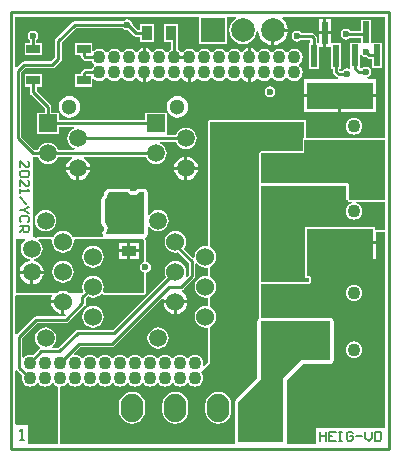
<source format=gtl>
G04*
G04 #@! TF.GenerationSoftware,Altium Limited,Altium Designer,21.1.1 (26)*
G04*
G04 Layer_Physical_Order=1*
G04 Layer_Color=255*
%FSLAX44Y44*%
%MOMM*%
G71*
G04*
G04 #@! TF.SameCoordinates,10801997-8E17-44FE-B4C4-5EB474501812*
G04*
G04*
G04 #@! TF.FilePolarity,Positive*
G04*
G01*
G75*
%ADD13C,0.2000*%
%ADD14C,0.1500*%
%ADD15C,0.2540*%
%ADD16R,3.4036X1.3970*%
%ADD17R,5.5880X2.3114*%
%ADD18R,1.1628X0.7620*%
%ADD19R,0.5500X1.8500*%
%ADD20R,0.9000X1.2000*%
%ADD21R,1.2000X0.9000*%
%ADD31C,1.5240*%
%ADD36C,1.2700*%
%ADD37C,1.1000*%
%ADD38O,1.9000X2.4000*%
%ADD39C,1.5000*%
%ADD40C,2.0000*%
%ADD41R,2.0000X2.0000*%
%ADD42C,1.3000*%
%ADD43R,1.5000X1.5000*%
%ADD44C,0.6000*%
%ADD45C,1.0000*%
G36*
X317232Y263244D02*
X250544D01*
Y276860D01*
X250068Y278008D01*
X248920Y278484D01*
X168910D01*
X167762Y278008D01*
X167286Y276860D01*
Y172434D01*
X166332Y171597D01*
X165100Y171759D01*
X162719Y171445D01*
X160501Y170526D01*
X158596Y169065D01*
X157134Y167159D01*
X156215Y164941D01*
X155901Y162560D01*
X155939Y162271D01*
X154736Y161678D01*
X146836Y169578D01*
X147666Y170661D01*
X148585Y172879D01*
X148899Y175260D01*
X148585Y177641D01*
X147666Y179859D01*
X146205Y181765D01*
X144299Y183226D01*
X142081Y184145D01*
X139700Y184459D01*
X137319Y184145D01*
X135101Y183226D01*
X133195Y181765D01*
X131734Y179859D01*
X130815Y177641D01*
X130501Y175260D01*
X130815Y172879D01*
X131734Y170661D01*
X133195Y168755D01*
X135101Y167294D01*
X137319Y166375D01*
X139700Y166061D01*
X142055Y166371D01*
X150846Y157580D01*
Y147438D01*
X149304Y145896D01*
X148228Y146616D01*
X148585Y147479D01*
X148899Y149860D01*
X148585Y152241D01*
X147666Y154459D01*
X146205Y156364D01*
X144299Y157826D01*
X142081Y158745D01*
X139700Y159059D01*
X137319Y158745D01*
X135101Y157826D01*
X133195Y156364D01*
X131734Y154459D01*
X130815Y152241D01*
X130501Y149860D01*
X130815Y147479D01*
X131550Y145704D01*
X86460Y100614D01*
X56779D01*
X56779Y100614D01*
X55698Y100399D01*
X54782Y99787D01*
X54782Y99787D01*
X40235Y85240D01*
X35529D01*
X35098Y86510D01*
X36137Y87307D01*
X37580Y89187D01*
X38486Y91376D01*
X38796Y93726D01*
X38486Y96075D01*
X37580Y98265D01*
X36137Y100145D01*
X34257Y101587D01*
X32067Y102494D01*
X29718Y102804D01*
X27369Y102494D01*
X25179Y101587D01*
X23299Y100145D01*
X21857Y98265D01*
X20950Y96075D01*
X20640Y93726D01*
X20950Y91376D01*
X21857Y89187D01*
X23299Y87307D01*
X24725Y86213D01*
X24776Y86032D01*
X24698Y84867D01*
X24639Y84745D01*
X24142Y84413D01*
X24142Y84413D01*
X18823Y79094D01*
X18447Y79250D01*
X16620Y79490D01*
X14793Y79250D01*
X13090Y78545D01*
X11628Y77422D01*
X11404Y77132D01*
X10134Y77563D01*
Y93770D01*
X22760Y106396D01*
X46990D01*
X46990Y106396D01*
X48071Y106611D01*
X48987Y107223D01*
X62957Y121193D01*
X62957Y121193D01*
X63569Y122109D01*
X63784Y123190D01*
Y127100D01*
X65694Y129010D01*
X67469Y128275D01*
X69850Y127961D01*
X72231Y128275D01*
X74449Y129194D01*
X76354Y130655D01*
X76607Y130984D01*
X77844Y130932D01*
X78281Y130751D01*
X78675Y130488D01*
X78838Y130520D01*
X78992Y130456D01*
X113030D01*
X114178Y130932D01*
X114654Y132080D01*
Y149152D01*
X116056Y149431D01*
X117544Y150426D01*
X118539Y151914D01*
X118888Y153670D01*
X118539Y155426D01*
X117544Y156914D01*
X116056Y157909D01*
X114654Y158188D01*
Y176530D01*
X114271Y177454D01*
X114253Y177897D01*
X114635Y179017D01*
X115227Y179412D01*
X115901Y180421D01*
X116138Y181610D01*
Y187932D01*
X117408Y188363D01*
X118549Y186875D01*
X120429Y185432D01*
X122619Y184526D01*
X124968Y184216D01*
X127317Y184526D01*
X129507Y185432D01*
X131387Y186875D01*
X132830Y188755D01*
X133736Y190944D01*
X134046Y193294D01*
X133736Y195644D01*
X132830Y197833D01*
X131387Y199713D01*
X129507Y201155D01*
X127317Y202062D01*
X124968Y202372D01*
X122619Y202062D01*
X120429Y201155D01*
X118549Y199713D01*
X117408Y198225D01*
X116138Y198656D01*
Y217170D01*
X115901Y218359D01*
X115227Y219368D01*
X114219Y220041D01*
X113030Y220278D01*
X108868D01*
X108568Y220218D01*
X108262D01*
X107979Y220101D01*
X107679Y220041D01*
X107424Y219871D01*
X107142Y219754D01*
X106925Y219538D01*
X106671Y219368D01*
X106501Y219113D01*
X106284Y218897D01*
X106260Y218860D01*
X105287Y218210D01*
X104140Y217982D01*
X102993Y218210D01*
X102020Y218860D01*
X101996Y218897D01*
X101779Y219113D01*
X101609Y219368D01*
X101355Y219538D01*
X101138Y219754D01*
X100856Y219871D01*
X100601Y220041D01*
X100301Y220101D01*
X100018Y220218D01*
X99712D01*
X99412Y220278D01*
X83115D01*
X82964Y220248D01*
X82810Y220263D01*
X82373Y220130D01*
X81926Y220041D01*
X81797Y219956D01*
X81650Y219911D01*
X81297Y219621D01*
X80917Y219368D01*
X80832Y219239D01*
X80713Y219142D01*
X79907Y218160D01*
X79834Y218024D01*
X79725Y217915D01*
X79551Y217493D01*
X79335Y217090D01*
X79320Y216937D01*
X79261Y216795D01*
Y216338D01*
X79238Y216100D01*
X78970Y214753D01*
X78320Y213780D01*
X78284Y213756D01*
X78067Y213540D01*
X77812Y213369D01*
X77642Y213115D01*
X77426Y212899D01*
X77309Y212616D01*
X77139Y212361D01*
X77079Y212061D01*
X76962Y211778D01*
Y211472D01*
X76902Y211172D01*
Y191418D01*
X76962Y191118D01*
Y190812D01*
X77079Y190529D01*
X77139Y190229D01*
X77309Y189974D01*
X77426Y189692D01*
X77642Y189475D01*
X77812Y189221D01*
X78067Y189051D01*
X78284Y188834D01*
X78320Y188810D01*
X78970Y187837D01*
X79198Y186690D01*
X78970Y185543D01*
X78344Y184607D01*
X78173Y184195D01*
X77961Y183803D01*
X77943Y183639D01*
X77880Y183486D01*
Y183041D01*
X77833Y182598D01*
X77880Y182439D01*
Y182274D01*
X78051Y181862D01*
X78177Y181435D01*
X78566Y180694D01*
X77939Y179497D01*
X77840Y179424D01*
X54595D01*
X54543Y179402D01*
X54489Y179420D01*
X54060Y179209D01*
X53345Y179024D01*
X52499Y179659D01*
X52416Y179859D01*
X50954Y181765D01*
X49049Y183226D01*
X46831Y184145D01*
X44450Y184459D01*
X42069Y184145D01*
X39851Y183226D01*
X37945Y181765D01*
X36484Y179859D01*
X36401Y179659D01*
X35555Y179024D01*
X34840Y179209D01*
X34411Y179420D01*
X34357Y179402D01*
X34305Y179424D01*
X23982D01*
X23637Y179281D01*
X23264Y179256D01*
X23085Y179052D01*
X22834Y178948D01*
X21518Y178848D01*
X20641Y179212D01*
X19009Y179426D01*
X18847Y180629D01*
X18847Y180729D01*
Y246129D01*
X18938Y246681D01*
X19804Y247366D01*
X23178D01*
X23888Y245651D01*
X25331Y243771D01*
X27211Y242328D01*
X29400Y241422D01*
X31750Y241112D01*
X34100Y241422D01*
X36289Y242328D01*
X38169Y243771D01*
X39611Y245651D01*
X40322Y247366D01*
X51533D01*
X51744Y246944D01*
X51873Y246096D01*
X49989Y244651D01*
X48380Y242553D01*
X47368Y240111D01*
X47191Y238760D01*
X57150D01*
X67109D01*
X66932Y240111D01*
X65920Y242553D01*
X64311Y244651D01*
X62427Y246096D01*
X62556Y246944D01*
X62767Y247366D01*
X114618D01*
X115329Y245651D01*
X116771Y243771D01*
X118651Y242328D01*
X120841Y241422D01*
X123190Y241112D01*
X125540Y241422D01*
X127729Y242328D01*
X129609Y243771D01*
X131052Y245651D01*
X131958Y247840D01*
X132268Y250190D01*
X131958Y252540D01*
X131052Y254729D01*
X129609Y256609D01*
X127729Y258051D01*
X125932Y258796D01*
X126185Y260066D01*
X140018D01*
X140729Y258351D01*
X142171Y256471D01*
X144051Y255028D01*
X146241Y254122D01*
X148590Y253812D01*
X150940Y254122D01*
X153129Y255028D01*
X155009Y256471D01*
X156452Y258351D01*
X157358Y260541D01*
X157668Y262890D01*
X157358Y265240D01*
X156452Y267429D01*
X155009Y269309D01*
X153129Y270751D01*
X150940Y271658D01*
X148590Y271968D01*
X146241Y271658D01*
X144051Y270751D01*
X142171Y269309D01*
X140729Y267429D01*
X140018Y265714D01*
X133097D01*
X132190Y266590D01*
X132190Y266984D01*
Y284590D01*
X114190D01*
Y278414D01*
X40750D01*
Y284590D01*
X34574D01*
Y289560D01*
X34359Y290641D01*
X33747Y291557D01*
X22283Y303021D01*
Y306560D01*
X26773D01*
Y317180D01*
X12145D01*
Y306560D01*
X16635D01*
Y301851D01*
X16635Y301851D01*
X16850Y300770D01*
X17462Y299854D01*
X28926Y288390D01*
Y284590D01*
X22750D01*
Y266590D01*
X40750D01*
Y272766D01*
X54155D01*
X54408Y271496D01*
X52611Y270751D01*
X50731Y269309D01*
X49289Y267429D01*
X48382Y265240D01*
X48072Y262890D01*
X48382Y260541D01*
X49289Y258351D01*
X50731Y256471D01*
X52611Y255028D01*
X54408Y254284D01*
X54155Y253014D01*
X40322D01*
X39611Y254729D01*
X38169Y256609D01*
X36289Y258051D01*
X34100Y258958D01*
X31750Y259268D01*
X29400Y258958D01*
X27211Y258051D01*
X25331Y256609D01*
X23888Y254729D01*
X23178Y253014D01*
X20220D01*
X9174Y264060D01*
Y318870D01*
X12600Y322296D01*
X35560D01*
X35560Y322296D01*
X36641Y322511D01*
X37557Y323123D01*
X42637Y328203D01*
X42637Y328203D01*
X43249Y329119D01*
X43464Y330200D01*
X43464Y330200D01*
Y344270D01*
X55370Y356176D01*
X95475D01*
X95756Y355756D01*
X97244Y354761D01*
X99000Y354412D01*
X99888Y354588D01*
X104683Y349793D01*
X105599Y349181D01*
X106680Y348966D01*
X109840D01*
Y344500D01*
X121840D01*
Y359500D01*
X109840D01*
Y354614D01*
X107850D01*
X103568Y358897D01*
X103588Y359000D01*
X103239Y360756D01*
X102244Y362244D01*
X100756Y363239D01*
X99000Y363588D01*
X97244Y363239D01*
X95756Y362244D01*
X95475Y361824D01*
X54200D01*
X53119Y361609D01*
X52203Y360997D01*
X52203Y360997D01*
X38643Y347437D01*
X38031Y346521D01*
X37816Y345440D01*
X37816Y345440D01*
Y331370D01*
X34390Y327944D01*
X11430D01*
X11430Y327944D01*
X10349Y327729D01*
X9433Y327117D01*
X9433Y327117D01*
X5348Y323032D01*
X4078Y323559D01*
Y365492D01*
X159950D01*
Y342830D01*
X182950D01*
Y365492D01*
X190683D01*
X190850Y364222D01*
X188648Y362532D01*
X186805Y360130D01*
X185646Y357332D01*
X185251Y354330D01*
X185646Y351328D01*
X186805Y348530D01*
X188648Y346128D01*
X191050Y344285D01*
X193848Y343126D01*
X196850Y342731D01*
X199852Y343126D01*
X202650Y344285D01*
X205052Y346128D01*
X206895Y348530D01*
X208054Y351328D01*
X208385Y353842D01*
X209666D01*
X210033Y351056D01*
X211296Y348006D01*
X213306Y345386D01*
X215926Y343376D01*
X218976Y342113D01*
X220980Y341849D01*
Y354330D01*
X222250D01*
Y355600D01*
X234731D01*
X234467Y357604D01*
X233204Y360654D01*
X231194Y363274D01*
X229958Y364222D01*
X230389Y365492D01*
X317232D01*
Y263244D01*
D02*
G37*
G36*
X113030Y181610D02*
X81595D01*
X80928Y182880D01*
X81897Y184330D01*
X82367Y186690D01*
X81897Y189050D01*
X80560Y191050D01*
X80010Y191418D01*
Y211172D01*
X80560Y211540D01*
X81897Y213540D01*
X82367Y215900D01*
X82309Y216188D01*
X83115Y217170D01*
X99412D01*
X99780Y216620D01*
X101780Y215283D01*
X104140Y214813D01*
X106500Y215283D01*
X108500Y216620D01*
X108868Y217170D01*
X113030D01*
Y181610D01*
D02*
G37*
G36*
X317232Y210820D02*
X287020D01*
Y223520D01*
X285750Y224790D01*
X212090Y224790D01*
Y250190D01*
X248920D01*
Y261620D01*
X317232D01*
Y210820D01*
D02*
G37*
G36*
X284480D02*
X285396D01*
X285872Y209672D01*
X287020Y209196D01*
X289349D01*
X289433Y207926D01*
X289003Y207870D01*
X287300Y207164D01*
X285838Y206042D01*
X284715Y204580D01*
X284010Y202877D01*
X283770Y201050D01*
X284010Y199223D01*
X284715Y197520D01*
X285838Y196057D01*
X287300Y194935D01*
X289003Y194230D01*
X290830Y193990D01*
X292657Y194230D01*
X294360Y194935D01*
X295822Y196057D01*
X296945Y197520D01*
X297650Y199223D01*
X297890Y201050D01*
X297650Y202877D01*
X296945Y204580D01*
X295822Y206042D01*
X294360Y207164D01*
X292657Y207870D01*
X292227Y207926D01*
X292311Y209196D01*
X317232D01*
Y185420D01*
X308270D01*
Y188107D01*
X249390D01*
Y161993D01*
X249420D01*
Y144893D01*
X252730D01*
Y140970D01*
X212444D01*
Y222250D01*
X284480D01*
Y210820D01*
D02*
G37*
G36*
X113030Y176530D02*
Y158006D01*
X112544Y157909D01*
X111056Y156914D01*
X110061Y155426D01*
X109712Y153670D01*
X110061Y151914D01*
X111056Y150426D01*
X112544Y149431D01*
X113030Y149334D01*
Y132080D01*
X78992D01*
X78143Y133350D01*
X78735Y134779D01*
X79049Y137160D01*
X78735Y139541D01*
X77816Y141759D01*
X76354Y143665D01*
X74449Y145126D01*
X72231Y146045D01*
X69850Y146359D01*
X67469Y146045D01*
X65251Y145126D01*
X63345Y143665D01*
X61884Y141759D01*
X60965Y139541D01*
X60651Y137160D01*
X60965Y134779D01*
X61700Y133004D01*
X60776Y132080D01*
X49501D01*
X49049Y132426D01*
X46831Y133345D01*
X44450Y133659D01*
X42069Y133345D01*
X39851Y132426D01*
X39399Y132080D01*
X5080D01*
Y177800D01*
X12058D01*
X12489Y176530D01*
X11601Y175849D01*
X10158Y173969D01*
X9252Y171779D01*
X8942Y169430D01*
X9252Y167080D01*
X10158Y164891D01*
X11601Y163011D01*
X13481Y161569D01*
X15670Y160662D01*
X16177Y160595D01*
X16177Y159314D01*
X15399Y159212D01*
X12957Y158200D01*
X10859Y156591D01*
X9250Y154493D01*
X8238Y152051D01*
X8061Y150700D01*
X18020D01*
X27979D01*
X27801Y152051D01*
X26790Y154493D01*
X25181Y156591D01*
X23083Y158200D01*
X20641Y159212D01*
X19863Y159314D01*
X19863Y160595D01*
X20370Y160662D01*
X22559Y161569D01*
X24439Y163011D01*
X25881Y164891D01*
X26788Y167080D01*
X27098Y169430D01*
X26788Y171779D01*
X25881Y173969D01*
X24439Y175849D01*
X23551Y176530D01*
X23982Y177800D01*
X34305D01*
X35419Y176530D01*
X35251Y175260D01*
X35565Y172879D01*
X36484Y170661D01*
X37945Y168755D01*
X39851Y167294D01*
X42069Y166375D01*
X44450Y166061D01*
X46831Y166375D01*
X49049Y167294D01*
X50954Y168755D01*
X52416Y170661D01*
X53335Y172879D01*
X53649Y175260D01*
X53481Y176530D01*
X54595Y177800D01*
X111760D01*
X113030Y176530D01*
D02*
G37*
G36*
X158596Y156055D02*
X160501Y154594D01*
X162719Y153675D01*
X165100Y153361D01*
X166332Y153523D01*
X167286Y152686D01*
Y147034D01*
X166332Y146197D01*
X165100Y146359D01*
X162719Y146045D01*
X160501Y145126D01*
X158596Y143665D01*
X157134Y141759D01*
X156215Y139541D01*
X155901Y137160D01*
X156215Y134779D01*
X157134Y132561D01*
X158596Y130655D01*
X160501Y129194D01*
X162719Y128275D01*
X165100Y127961D01*
X166332Y128123D01*
X167286Y127286D01*
Y121634D01*
X166332Y120797D01*
X165100Y120959D01*
X162719Y120645D01*
X160501Y119726D01*
X158596Y118265D01*
X157134Y116359D01*
X156215Y114141D01*
X155901Y111760D01*
X156215Y109379D01*
X157134Y107161D01*
X158596Y105255D01*
X160501Y103794D01*
X162719Y102875D01*
X165100Y102561D01*
X166332Y102723D01*
X167286Y101886D01*
Y72993D01*
X164244Y69950D01*
X163220Y70555D01*
X163146Y70648D01*
X163380Y72430D01*
X163140Y74257D01*
X162434Y75960D01*
X161312Y77422D01*
X159850Y78545D01*
X158147Y79250D01*
X156320Y79490D01*
X154493Y79250D01*
X152790Y78545D01*
X151327Y77422D01*
X150757Y76679D01*
X149183D01*
X148612Y77422D01*
X147150Y78545D01*
X145447Y79250D01*
X143620Y79490D01*
X141793Y79250D01*
X140090Y78545D01*
X138628Y77422D01*
X138057Y76679D01*
X136483D01*
X135912Y77422D01*
X134450Y78545D01*
X132747Y79250D01*
X130920Y79490D01*
X129093Y79250D01*
X127390Y78545D01*
X125927Y77422D01*
X125357Y76679D01*
X123783D01*
X123212Y77422D01*
X121750Y78545D01*
X120047Y79250D01*
X118220Y79490D01*
X116393Y79250D01*
X114690Y78545D01*
X113228Y77422D01*
X112657Y76679D01*
X111083D01*
X110512Y77422D01*
X109050Y78545D01*
X107347Y79250D01*
X105520Y79490D01*
X103693Y79250D01*
X101990Y78545D01*
X100527Y77422D01*
X99957Y76679D01*
X98383D01*
X97812Y77422D01*
X96350Y78545D01*
X94647Y79250D01*
X92820Y79490D01*
X90993Y79250D01*
X89290Y78545D01*
X87828Y77422D01*
X87257Y76679D01*
X85683D01*
X85112Y77422D01*
X83650Y78545D01*
X81947Y79250D01*
X80120Y79490D01*
X78293Y79250D01*
X76590Y78545D01*
X75128Y77422D01*
X74557Y76679D01*
X72983D01*
X72412Y77422D01*
X70950Y78545D01*
X69247Y79250D01*
X67420Y79490D01*
X65593Y79250D01*
X63890Y78545D01*
X62428Y77422D01*
X61857Y76679D01*
X60283D01*
X59712Y77422D01*
X58250Y78545D01*
X56547Y79250D01*
X54720Y79490D01*
X54356Y79443D01*
X53763Y80645D01*
X59194Y86076D01*
X85924D01*
X85924Y86076D01*
X87005Y86291D01*
X87921Y86903D01*
X128636Y127618D01*
X129507Y127240D01*
X129782Y126968D01*
X129620Y125730D01*
X139700D01*
X149781D01*
X149599Y127112D01*
X148575Y129584D01*
X146946Y131706D01*
X145074Y133143D01*
X145141Y134059D01*
X145330Y134488D01*
X145643Y134551D01*
X146559Y135163D01*
X155667Y144271D01*
X155667Y144271D01*
X156279Y145187D01*
X156494Y146268D01*
Y156708D01*
X157764Y157139D01*
X158596Y156055D01*
D02*
G37*
G36*
X35411Y129186D02*
X34551Y127112D01*
X34369Y125730D01*
X44450D01*
Y124460D01*
X45720D01*
Y114380D01*
X46456Y114476D01*
X47049Y113274D01*
X45820Y112044D01*
X21590D01*
X20509Y111829D01*
X19593Y111217D01*
X19593Y111217D01*
X5348Y96973D01*
X5196Y96979D01*
X4078Y97375D01*
Y129787D01*
X5080Y130456D01*
X34788D01*
X35411Y129186D01*
D02*
G37*
G36*
X248920Y263244D02*
X247772Y262768D01*
X247296Y261620D01*
Y251814D01*
X212090D01*
X210942Y251338D01*
X210466Y250190D01*
Y224790D01*
X210820Y223936D01*
Y110767D01*
X209893Y110147D01*
X209219Y109139D01*
X208982Y107950D01*
Y59707D01*
X190842Y41568D01*
X190169Y40559D01*
X189932Y39370D01*
Y5657D01*
X189994Y5348D01*
X189018Y4078D01*
X42020D01*
Y52670D01*
X43847Y52910D01*
X45550Y53615D01*
X47012Y54738D01*
X47583Y55482D01*
X49157D01*
X49728Y54738D01*
X51190Y53615D01*
X52893Y52910D01*
X54720Y52670D01*
X56547Y52910D01*
X58250Y53615D01*
X59712Y54738D01*
X60283Y55482D01*
X61857D01*
X62428Y54738D01*
X63890Y53615D01*
X65593Y52910D01*
X67420Y52670D01*
X69247Y52910D01*
X70950Y53615D01*
X72412Y54738D01*
X72983Y55482D01*
X74557D01*
X75128Y54738D01*
X76590Y53615D01*
X78293Y52910D01*
X80120Y52670D01*
X81947Y52910D01*
X83650Y53615D01*
X85112Y54738D01*
X85683Y55482D01*
X87257D01*
X87828Y54738D01*
X89290Y53615D01*
X90993Y52910D01*
X92820Y52670D01*
X94647Y52910D01*
X96350Y53615D01*
X97812Y54738D01*
X98383Y55482D01*
X99957D01*
X100527Y54738D01*
X101990Y53615D01*
X103693Y52910D01*
X105520Y52670D01*
X107347Y52910D01*
X109050Y53615D01*
X110512Y54738D01*
X111083Y55482D01*
X112657D01*
X113228Y54738D01*
X114690Y53615D01*
X116393Y52910D01*
X118220Y52670D01*
X120047Y52910D01*
X121750Y53615D01*
X123212Y54738D01*
X123783Y55482D01*
X125357D01*
X125927Y54738D01*
X127390Y53615D01*
X129093Y52910D01*
X130920Y52670D01*
X132747Y52910D01*
X134450Y53615D01*
X135912Y54738D01*
X136483Y55482D01*
X138057D01*
X138628Y54738D01*
X140090Y53615D01*
X141793Y52910D01*
X143620Y52670D01*
X145447Y52910D01*
X147150Y53615D01*
X148612Y54738D01*
X149183Y55482D01*
X150757D01*
X151327Y54738D01*
X152790Y53615D01*
X154493Y52910D01*
X156320Y52670D01*
X158147Y52910D01*
X159850Y53615D01*
X161312Y54738D01*
X162434Y56200D01*
X163140Y57903D01*
X163380Y59730D01*
X163140Y61557D01*
X162434Y63260D01*
X161312Y64722D01*
X168910Y72320D01*
Y103467D01*
X169699Y103794D01*
X171604Y105255D01*
X173066Y107161D01*
X173985Y109379D01*
X174299Y111760D01*
X173985Y114141D01*
X173066Y116359D01*
X171604Y118265D01*
X169699Y119726D01*
X168910Y120053D01*
Y128867D01*
X169699Y129194D01*
X171604Y130655D01*
X173066Y132561D01*
X173985Y134779D01*
X174299Y137160D01*
X173985Y139541D01*
X173066Y141759D01*
X171604Y143665D01*
X169699Y145126D01*
X168910Y145453D01*
Y154267D01*
X169699Y154594D01*
X171604Y156055D01*
X173066Y157961D01*
X173985Y160179D01*
X174299Y162560D01*
X173985Y164941D01*
X173066Y167159D01*
X171604Y169065D01*
X169699Y170526D01*
X168910Y170853D01*
Y276860D01*
X248920D01*
Y263244D01*
D02*
G37*
G36*
X270510Y74930D02*
X246380D01*
X231140Y59690D01*
Y5657D01*
X193040D01*
Y39370D01*
X212090Y58420D01*
Y107950D01*
X270510D01*
Y74930D01*
D02*
G37*
G36*
X317232Y18682D02*
X316833Y17577D01*
X258850D01*
Y4078D01*
X235162D01*
X234186Y5348D01*
X234248Y5657D01*
Y58403D01*
X247667Y71822D01*
X270510D01*
X271699Y72059D01*
X272708Y72733D01*
X273381Y73741D01*
X273618Y74930D01*
Y107950D01*
X273381Y109139D01*
X272708Y110147D01*
X271699Y110821D01*
X270510Y111058D01*
X212444D01*
Y139346D01*
X252730D01*
X253878Y139822D01*
X254354Y140970D01*
Y144893D01*
X253878Y146041D01*
X252730Y146517D01*
X251044D01*
Y160953D01*
X277560D01*
Y175050D01*
X278830D01*
Y176320D01*
X309310D01*
Y183796D01*
X317232D01*
Y18682D01*
D02*
G37*
G36*
X9956Y61933D02*
X9800Y61557D01*
X9560Y59730D01*
X9800Y57903D01*
X10505Y56200D01*
X11628Y54738D01*
X13090Y53615D01*
X14793Y52910D01*
X16620Y52670D01*
X18447Y52910D01*
X20150Y53615D01*
X21612Y54738D01*
X22183Y55482D01*
X23757D01*
X24327Y54738D01*
X25790Y53615D01*
X27493Y52910D01*
X29320Y52670D01*
X31147Y52910D01*
X32850Y53615D01*
X34312Y54738D01*
X34883Y55482D01*
X36457D01*
X37027Y54738D01*
X38490Y53615D01*
X39278Y53289D01*
X40396Y52670D01*
Y4078D01*
X15182D01*
Y20577D01*
X4850D01*
X4078Y21527D01*
Y66138D01*
X5196Y66535D01*
X5348Y66541D01*
X9956Y61933D01*
D02*
G37*
%LPC*%
G36*
X305240Y363400D02*
X296740D01*
Y353824D01*
X287525D01*
X287244Y354244D01*
X285756Y355239D01*
X284000Y355588D01*
X282244Y355239D01*
X280756Y354244D01*
X279761Y352756D01*
X279412Y351000D01*
X279761Y349244D01*
X280756Y347756D01*
X282244Y346761D01*
X284000Y346412D01*
X285756Y346761D01*
X287244Y347756D01*
X287525Y348176D01*
X296740D01*
Y344552D01*
X295740Y343900D01*
X295470Y343900D01*
X287240D01*
Y322839D01*
X287231Y322818D01*
X286198Y321850D01*
X285000Y322088D01*
X283244Y321739D01*
X281756Y320744D01*
X281141Y319824D01*
X279170D01*
X278414Y320580D01*
Y321990D01*
X279840D01*
Y343490D01*
X271380D01*
Y350970D01*
X267360D01*
Y340450D01*
X271340D01*
Y321990D01*
X272766D01*
Y319410D01*
X272766Y319410D01*
X272981Y318329D01*
X273593Y317413D01*
X276003Y315003D01*
X276003Y315003D01*
X276880Y314417D01*
X276903Y314311D01*
X276669Y313147D01*
X248350D01*
Y300320D01*
X278830D01*
X309310D01*
Y313147D01*
X302297D01*
X302172Y314417D01*
X302746Y314531D01*
X304234Y315526D01*
X305229Y317014D01*
X305578Y318770D01*
X305229Y320526D01*
X304234Y322014D01*
X302746Y323009D01*
X300990Y323358D01*
X299234Y323009D01*
X297746Y322014D01*
X296817Y321935D01*
X295740Y322910D01*
Y333487D01*
X297010Y333872D01*
X297756Y332756D01*
X299244Y331761D01*
X301000Y331412D01*
X301562Y331524D01*
X301933Y331153D01*
X301933Y331153D01*
X302849Y330541D01*
X303930Y330326D01*
X306240D01*
Y322400D01*
X314740D01*
Y343900D01*
X306510D01*
X306240Y343900D01*
X305240Y344552D01*
Y363400D01*
D02*
G37*
G36*
X271380Y364030D02*
X267360D01*
Y353510D01*
X271380D01*
Y364030D01*
D02*
G37*
G36*
X264820D02*
X260800D01*
Y353510D01*
X264820D01*
Y364030D01*
D02*
G37*
G36*
X234731Y353060D02*
X223520D01*
Y341849D01*
X225524Y342113D01*
X228574Y343376D01*
X231194Y345386D01*
X233204Y348006D01*
X234467Y351056D01*
X234731Y353060D01*
D02*
G37*
G36*
X142160Y359500D02*
X130160D01*
Y344500D01*
X135896D01*
Y337737D01*
X135190Y337444D01*
X133728Y336322D01*
X133157Y335578D01*
X131583D01*
X131012Y336322D01*
X129550Y337444D01*
X127847Y338150D01*
X126020Y338390D01*
X124193Y338150D01*
X122490Y337444D01*
X121027Y336322D01*
X120960Y336235D01*
X119690D01*
X119054Y337064D01*
X117375Y338353D01*
X115419Y339163D01*
X114590Y339272D01*
Y331330D01*
X112050D01*
Y339272D01*
X111221Y339163D01*
X109265Y338353D01*
X107586Y337064D01*
X106950Y336235D01*
X105680D01*
X105612Y336322D01*
X104150Y337444D01*
X102447Y338150D01*
X100620Y338390D01*
X98793Y338150D01*
X97090Y337444D01*
X95627Y336322D01*
X95057Y335578D01*
X93483D01*
X92912Y336322D01*
X91450Y337444D01*
X89747Y338150D01*
X87920Y338390D01*
X86093Y338150D01*
X84390Y337444D01*
X82928Y336322D01*
X82357Y335578D01*
X80783D01*
X80212Y336322D01*
X78750Y337444D01*
X77047Y338150D01*
X75220Y338390D01*
X73393Y338150D01*
X71690Y337444D01*
X70405Y336459D01*
X69135Y336777D01*
Y343680D01*
X54507D01*
Y333060D01*
X58208D01*
X59406Y332740D01*
X59621Y331659D01*
X60233Y330743D01*
X61503Y329473D01*
X61503Y329473D01*
X62419Y328861D01*
X63500Y328646D01*
X63500Y328646D01*
X68755D01*
X69106Y327800D01*
X70227Y326338D01*
X70971Y325767D01*
Y324193D01*
X70227Y323622D01*
X69106Y322160D01*
X68871Y321594D01*
X63500D01*
X63500Y321594D01*
X62419Y321379D01*
X61503Y320767D01*
X61503Y320767D01*
X60233Y319497D01*
X59621Y318581D01*
X59406Y317500D01*
X58208Y317180D01*
X54507D01*
Y306560D01*
X69135D01*
Y313183D01*
X70405Y313501D01*
X71690Y312516D01*
X73393Y311810D01*
X75220Y311570D01*
X77047Y311810D01*
X78750Y312516D01*
X80212Y313638D01*
X80783Y314382D01*
X82357D01*
X82928Y313638D01*
X84390Y312516D01*
X86093Y311810D01*
X87920Y311570D01*
X89747Y311810D01*
X91450Y312516D01*
X92912Y313638D01*
X93483Y314382D01*
X95057D01*
X95627Y313638D01*
X97090Y312516D01*
X98793Y311810D01*
X100620Y311570D01*
X102447Y311810D01*
X104150Y312516D01*
X105612Y313638D01*
X105680Y313725D01*
X106950D01*
X107586Y312896D01*
X109265Y311607D01*
X111221Y310797D01*
X112050Y310688D01*
Y318630D01*
X114590D01*
Y310688D01*
X115419Y310797D01*
X117375Y311607D01*
X119054Y312896D01*
X119690Y313725D01*
X120960D01*
X121027Y313638D01*
X122490Y312516D01*
X124193Y311810D01*
X126020Y311570D01*
X127847Y311810D01*
X129550Y312516D01*
X131012Y313638D01*
X131583Y314382D01*
X133157D01*
X133728Y313638D01*
X135190Y312516D01*
X136893Y311810D01*
X138720Y311570D01*
X140547Y311810D01*
X142250Y312516D01*
X143712Y313638D01*
X143779Y313725D01*
X145050D01*
X145686Y312896D01*
X147365Y311607D01*
X149321Y310797D01*
X150150Y310688D01*
Y318630D01*
X152690D01*
Y310688D01*
X153519Y310797D01*
X155475Y311607D01*
X157154Y312896D01*
X157790Y313725D01*
X159060D01*
X159128Y313638D01*
X160590Y312516D01*
X162293Y311810D01*
X164120Y311570D01*
X165947Y311810D01*
X167650Y312516D01*
X169112Y313638D01*
X169683Y314382D01*
X171257D01*
X171828Y313638D01*
X173290Y312516D01*
X174993Y311810D01*
X176820Y311570D01*
X178647Y311810D01*
X180350Y312516D01*
X181812Y313638D01*
X182383Y314382D01*
X183957D01*
X184527Y313638D01*
X185990Y312516D01*
X187693Y311810D01*
X189520Y311570D01*
X191347Y311810D01*
X193050Y312516D01*
X194512Y313638D01*
X194580Y313725D01*
X195850D01*
X196486Y312896D01*
X198165Y311607D01*
X200121Y310797D01*
X200950Y310688D01*
Y318630D01*
X203490D01*
Y310688D01*
X204319Y310797D01*
X206275Y311607D01*
X207954Y312896D01*
X208590Y313725D01*
X209860D01*
X209928Y313638D01*
X211390Y312516D01*
X213093Y311810D01*
X214920Y311570D01*
X216747Y311810D01*
X218450Y312516D01*
X219912Y313638D01*
X220483Y314382D01*
X222057D01*
X222628Y313638D01*
X224090Y312516D01*
X225793Y311810D01*
X227620Y311570D01*
X229447Y311810D01*
X231150Y312516D01*
X232612Y313638D01*
X233183Y314382D01*
X234757D01*
X235327Y313638D01*
X236790Y312516D01*
X238493Y311810D01*
X240320Y311570D01*
X242147Y311810D01*
X243850Y312516D01*
X245312Y313638D01*
X246434Y315100D01*
X247140Y316803D01*
X247380Y318630D01*
X247140Y320457D01*
X246434Y322160D01*
X245312Y323622D01*
X244569Y324193D01*
Y325767D01*
X245312Y326338D01*
X246434Y327800D01*
X247140Y329503D01*
X247380Y331330D01*
X247140Y333157D01*
X246434Y334860D01*
X245312Y336322D01*
X243850Y337444D01*
X242147Y338150D01*
X240320Y338390D01*
X238493Y338150D01*
X236790Y337444D01*
X235327Y336322D01*
X234757Y335578D01*
X233183D01*
X232612Y336322D01*
X231150Y337444D01*
X229447Y338150D01*
X227620Y338390D01*
X225793Y338150D01*
X224090Y337444D01*
X222628Y336322D01*
X222057Y335578D01*
X220483D01*
X219912Y336322D01*
X218450Y337444D01*
X216747Y338150D01*
X214920Y338390D01*
X213093Y338150D01*
X211390Y337444D01*
X209928Y336322D01*
X209860Y336235D01*
X208590D01*
X207954Y337064D01*
X206275Y338353D01*
X204319Y339163D01*
X203490Y339272D01*
Y331330D01*
X200950D01*
Y339272D01*
X200121Y339163D01*
X198165Y338353D01*
X196486Y337064D01*
X195850Y336235D01*
X194580D01*
X194512Y336322D01*
X193050Y337444D01*
X191347Y338150D01*
X189520Y338390D01*
X187693Y338150D01*
X185990Y337444D01*
X184527Y336322D01*
X183957Y335578D01*
X182383D01*
X181812Y336322D01*
X180350Y337444D01*
X178647Y338150D01*
X176820Y338390D01*
X174993Y338150D01*
X173290Y337444D01*
X171828Y336322D01*
X171257Y335578D01*
X169683D01*
X169112Y336322D01*
X167650Y337444D01*
X165947Y338150D01*
X164120Y338390D01*
X162293Y338150D01*
X160590Y337444D01*
X159128Y336322D01*
X158557Y335578D01*
X156983D01*
X156412Y336322D01*
X154950Y337444D01*
X153247Y338150D01*
X151420Y338390D01*
X149593Y338150D01*
X147890Y337444D01*
X146427Y336322D01*
X145857Y335578D01*
X144283D01*
X143712Y336322D01*
X142250Y337444D01*
X141544Y337737D01*
Y344500D01*
X142160D01*
Y359500D01*
D02*
G37*
G36*
X19050Y353838D02*
X17294Y353489D01*
X15806Y352494D01*
X14811Y351006D01*
X14462Y349250D01*
X14811Y347494D01*
X15806Y346006D01*
X16226Y345725D01*
Y343680D01*
X12145D01*
Y333060D01*
X26773D01*
Y343680D01*
X21874D01*
Y345725D01*
X22294Y346006D01*
X23289Y347494D01*
X23638Y349250D01*
X23289Y351006D01*
X22294Y352494D01*
X20806Y353489D01*
X19050Y353838D01*
D02*
G37*
G36*
X242530Y353878D02*
X240774Y353529D01*
X239286Y352534D01*
X238291Y351046D01*
X237942Y349290D01*
X238291Y347534D01*
X239286Y346046D01*
X240774Y345051D01*
X242530Y344702D01*
X244286Y345051D01*
X245774Y346046D01*
X246055Y346466D01*
X253766D01*
Y343490D01*
X252340D01*
Y321990D01*
X260840D01*
Y340450D01*
X264820D01*
Y350970D01*
X260800D01*
Y343490D01*
X259414D01*
Y347802D01*
X259199Y348883D01*
X258587Y349799D01*
X258587Y349799D01*
X257099Y351287D01*
X256183Y351899D01*
X255102Y352114D01*
X255102Y352114D01*
X246055D01*
X245774Y352534D01*
X244286Y353529D01*
X242530Y353878D01*
D02*
G37*
G36*
X219710Y306848D02*
X217954Y306499D01*
X216466Y305504D01*
X215471Y304016D01*
X215122Y302260D01*
X215471Y300504D01*
X216466Y299016D01*
X217954Y298021D01*
X219710Y297672D01*
X221466Y298021D01*
X222954Y299016D01*
X223949Y300504D01*
X224298Y302260D01*
X223949Y304016D01*
X222954Y305504D01*
X221466Y306499D01*
X219710Y306848D01*
D02*
G37*
G36*
X309310Y297780D02*
X280100D01*
Y284953D01*
X309310D01*
Y297780D01*
D02*
G37*
G36*
X277560D02*
X248350D01*
Y284953D01*
X277560D01*
Y297780D01*
D02*
G37*
G36*
X141190Y298668D02*
X138841Y298358D01*
X136651Y297451D01*
X134771Y296009D01*
X133329Y294129D01*
X132422Y291940D01*
X132112Y289590D01*
X132422Y287241D01*
X133329Y285051D01*
X134771Y283171D01*
X136651Y281728D01*
X138841Y280822D01*
X141190Y280512D01*
X143539Y280822D01*
X145729Y281728D01*
X147609Y283171D01*
X149051Y285051D01*
X149958Y287241D01*
X150268Y289590D01*
X149958Y291940D01*
X149051Y294129D01*
X147609Y296009D01*
X145729Y297451D01*
X143539Y298358D01*
X141190Y298668D01*
D02*
G37*
G36*
X49750D02*
X47400Y298358D01*
X45211Y297451D01*
X43331Y296009D01*
X41888Y294129D01*
X40982Y291940D01*
X40672Y289590D01*
X40982Y287241D01*
X41888Y285051D01*
X43331Y283171D01*
X45211Y281728D01*
X47400Y280822D01*
X49750Y280512D01*
X52099Y280822D01*
X54289Y281728D01*
X56169Y283171D01*
X57611Y285051D01*
X58518Y287241D01*
X58828Y289590D01*
X58518Y291940D01*
X57611Y294129D01*
X56169Y296009D01*
X54289Y297451D01*
X52099Y298358D01*
X49750Y298668D01*
D02*
G37*
G36*
X290830Y280110D02*
X289003Y279870D01*
X287300Y279165D01*
X285838Y278042D01*
X284715Y276580D01*
X284010Y274877D01*
X283770Y273050D01*
X284010Y271223D01*
X284715Y269520D01*
X285838Y268058D01*
X287300Y266936D01*
X289003Y266230D01*
X290830Y265990D01*
X292657Y266230D01*
X294360Y266936D01*
X295822Y268058D01*
X296945Y269520D01*
X297650Y271223D01*
X297890Y273050D01*
X297650Y274877D01*
X296945Y276580D01*
X295822Y278042D01*
X294360Y279165D01*
X292657Y279870D01*
X290830Y280110D01*
D02*
G37*
G36*
X149860Y247449D02*
Y238760D01*
X158549D01*
X158372Y240111D01*
X157360Y242553D01*
X155751Y244651D01*
X153653Y246260D01*
X151211Y247272D01*
X149860Y247449D01*
D02*
G37*
G36*
X147320D02*
X145969Y247272D01*
X143527Y246260D01*
X141429Y244651D01*
X139820Y242553D01*
X138808Y240111D01*
X138631Y238760D01*
X147320D01*
Y247449D01*
D02*
G37*
G36*
X158549Y236220D02*
X149860D01*
Y227531D01*
X151211Y227708D01*
X153653Y228720D01*
X155751Y230329D01*
X157360Y232427D01*
X158372Y234869D01*
X158549Y236220D01*
D02*
G37*
G36*
X67109D02*
X58420D01*
Y227531D01*
X59771Y227708D01*
X62213Y228720D01*
X64311Y230329D01*
X65920Y232427D01*
X66932Y234869D01*
X67109Y236220D01*
D02*
G37*
G36*
X147320D02*
X138631D01*
X138808Y234869D01*
X139820Y232427D01*
X141429Y230329D01*
X143527Y228720D01*
X145969Y227708D01*
X147320Y227531D01*
Y236220D01*
D02*
G37*
G36*
X55880D02*
X47191D01*
X47368Y234869D01*
X48380Y232427D01*
X49989Y230329D01*
X52087Y228720D01*
X54529Y227708D01*
X55880Y227531D01*
Y236220D01*
D02*
G37*
G36*
X29718Y202372D02*
X27369Y202062D01*
X25179Y201155D01*
X23299Y199713D01*
X21857Y197833D01*
X20950Y195644D01*
X20640Y193294D01*
X20950Y190944D01*
X21857Y188755D01*
X23299Y186875D01*
X25179Y185432D01*
X27369Y184526D01*
X29718Y184216D01*
X32067Y184526D01*
X34257Y185432D01*
X36137Y186875D01*
X37580Y188755D01*
X38486Y190944D01*
X38796Y193294D01*
X38486Y195644D01*
X37580Y197833D01*
X36137Y199713D01*
X34257Y201155D01*
X32067Y202062D01*
X29718Y202372D01*
D02*
G37*
G36*
X69850Y120959D02*
X67469Y120645D01*
X65251Y119726D01*
X63345Y118265D01*
X61884Y116359D01*
X60965Y114141D01*
X60651Y111760D01*
X60965Y109379D01*
X61884Y107161D01*
X63345Y105255D01*
X65251Y103794D01*
X67469Y102875D01*
X69850Y102561D01*
X72231Y102875D01*
X74449Y103794D01*
X76354Y105255D01*
X77816Y107161D01*
X78735Y109379D01*
X79049Y111760D01*
X78735Y114141D01*
X77816Y116359D01*
X76354Y118265D01*
X74449Y119726D01*
X72231Y120645D01*
X69850Y120959D01*
D02*
G37*
G36*
X108870Y174680D02*
X101600D01*
Y168910D01*
X108870D01*
Y174680D01*
D02*
G37*
G36*
X99060D02*
X91790D01*
Y168910D01*
X99060D01*
Y174680D01*
D02*
G37*
G36*
X108870Y166370D02*
X101600D01*
Y160600D01*
X108870D01*
Y166370D01*
D02*
G37*
G36*
X99060D02*
X91790D01*
Y160600D01*
X99060D01*
Y166370D01*
D02*
G37*
G36*
X69850Y171759D02*
X67469Y171445D01*
X65251Y170526D01*
X63345Y169065D01*
X61884Y167159D01*
X60965Y164941D01*
X60651Y162560D01*
X60965Y160179D01*
X61884Y157961D01*
X63345Y156055D01*
X65251Y154594D01*
X67469Y153675D01*
X69850Y153361D01*
X72231Y153675D01*
X74449Y154594D01*
X76354Y156055D01*
X77816Y157961D01*
X78735Y160179D01*
X79049Y162560D01*
X78735Y164941D01*
X77816Y167159D01*
X76354Y169065D01*
X74449Y170526D01*
X72231Y171445D01*
X69850Y171759D01*
D02*
G37*
G36*
X44450Y159059D02*
X42069Y158745D01*
X39851Y157826D01*
X37945Y156364D01*
X36484Y154459D01*
X35565Y152241D01*
X35251Y149860D01*
X35565Y147479D01*
X36484Y145261D01*
X37945Y143356D01*
X39851Y141894D01*
X42069Y140975D01*
X44450Y140661D01*
X46831Y140975D01*
X49049Y141894D01*
X50954Y143356D01*
X52416Y145261D01*
X53335Y147479D01*
X53649Y149860D01*
X53335Y152241D01*
X52416Y154459D01*
X50954Y156364D01*
X49049Y157826D01*
X46831Y158745D01*
X44450Y159059D01*
D02*
G37*
G36*
X27979Y148160D02*
X19290D01*
Y139471D01*
X20641Y139648D01*
X23083Y140660D01*
X25181Y142269D01*
X26790Y144367D01*
X27801Y146809D01*
X27979Y148160D01*
D02*
G37*
G36*
X16750D02*
X8061D01*
X8238Y146809D01*
X9250Y144367D01*
X10859Y142269D01*
X12957Y140660D01*
X15399Y139648D01*
X16750Y139471D01*
Y148160D01*
D02*
G37*
G36*
X149781Y123190D02*
X140970D01*
Y114380D01*
X142352Y114562D01*
X144824Y115585D01*
X146946Y117214D01*
X148575Y119336D01*
X149599Y121808D01*
X149781Y123190D01*
D02*
G37*
G36*
X138430D02*
X129620D01*
X129802Y121808D01*
X130825Y119336D01*
X132454Y117214D01*
X134576Y115585D01*
X137048Y114562D01*
X138430Y114380D01*
Y123190D01*
D02*
G37*
G36*
X124968Y102804D02*
X122619Y102494D01*
X120429Y101587D01*
X118549Y100145D01*
X117107Y98265D01*
X116200Y96075D01*
X115890Y93726D01*
X116200Y91376D01*
X117107Y89187D01*
X118549Y87307D01*
X120429Y85864D01*
X122619Y84958D01*
X124968Y84648D01*
X127317Y84958D01*
X129507Y85864D01*
X131387Y87307D01*
X132830Y89187D01*
X133736Y91376D01*
X134046Y93726D01*
X133736Y96075D01*
X132830Y98265D01*
X131387Y100145D01*
X129507Y101587D01*
X127317Y102494D01*
X124968Y102804D01*
D02*
G37*
G36*
X43180Y123190D02*
X34369D01*
X34551Y121808D01*
X35575Y119336D01*
X37204Y117214D01*
X39326Y115585D01*
X41798Y114562D01*
X43180Y114380D01*
Y123190D01*
D02*
G37*
G36*
X175920Y48393D02*
X173048Y48015D01*
X170373Y46906D01*
X168075Y45143D01*
X166311Y42846D01*
X165203Y40170D01*
X164825Y37298D01*
Y32298D01*
X165203Y29426D01*
X166311Y26751D01*
X168075Y24453D01*
X170373Y22689D01*
X173048Y21581D01*
X175920Y21203D01*
X178792Y21581D01*
X181467Y22689D01*
X183765Y24453D01*
X185529Y26751D01*
X186637Y29426D01*
X187015Y32298D01*
Y37298D01*
X186637Y40170D01*
X185529Y42846D01*
X183765Y45143D01*
X181467Y46906D01*
X178792Y48015D01*
X175920Y48393D01*
D02*
G37*
G36*
X139420D02*
X136548Y48015D01*
X133872Y46906D01*
X131575Y45143D01*
X129811Y42846D01*
X128703Y40170D01*
X128325Y37298D01*
Y32298D01*
X128703Y29426D01*
X129811Y26751D01*
X131575Y24453D01*
X133872Y22689D01*
X136548Y21581D01*
X139420Y21203D01*
X142292Y21581D01*
X144967Y22689D01*
X147265Y24453D01*
X149029Y26751D01*
X150137Y29426D01*
X150515Y32298D01*
Y37298D01*
X150137Y40170D01*
X149029Y42846D01*
X147265Y45143D01*
X144967Y46906D01*
X142292Y48015D01*
X139420Y48393D01*
D02*
G37*
G36*
X102920D02*
X100048Y48015D01*
X97373Y46906D01*
X95075Y45143D01*
X93312Y42846D01*
X92203Y40170D01*
X91825Y37298D01*
Y32298D01*
X92203Y29426D01*
X93312Y26751D01*
X95075Y24453D01*
X97373Y22689D01*
X100048Y21581D01*
X102920Y21203D01*
X105792Y21581D01*
X108468Y22689D01*
X110765Y24453D01*
X112528Y26751D01*
X113637Y29426D01*
X114015Y32298D01*
Y37298D01*
X113637Y40170D01*
X112528Y42846D01*
X110765Y45143D01*
X108468Y46906D01*
X105792Y48015D01*
X102920Y48393D01*
D02*
G37*
G36*
X309310Y173780D02*
X280100D01*
Y160953D01*
X309310D01*
Y173780D01*
D02*
G37*
G36*
X290860Y139010D02*
X289033Y138770D01*
X287330Y138064D01*
X285868Y136942D01*
X284746Y135480D01*
X284040Y133777D01*
X283800Y131950D01*
X284040Y130123D01*
X284746Y128420D01*
X285868Y126958D01*
X287330Y125836D01*
X289033Y125130D01*
X290860Y124890D01*
X292687Y125130D01*
X294390Y125836D01*
X295852Y126958D01*
X296975Y128420D01*
X297680Y130123D01*
X297920Y131950D01*
X297680Y133777D01*
X296975Y135480D01*
X295852Y136942D01*
X294390Y138064D01*
X292687Y138770D01*
X290860Y139010D01*
D02*
G37*
G36*
Y91010D02*
X289033Y90770D01*
X287330Y90064D01*
X285868Y88942D01*
X284746Y87480D01*
X284040Y85777D01*
X283800Y83950D01*
X284040Y82123D01*
X284746Y80420D01*
X285868Y78958D01*
X287330Y77835D01*
X289033Y77130D01*
X290860Y76890D01*
X292687Y77130D01*
X294390Y77835D01*
X295852Y78958D01*
X296975Y80420D01*
X297680Y82123D01*
X297920Y83950D01*
X297680Y85777D01*
X296975Y87480D01*
X295852Y88942D01*
X294390Y90064D01*
X292687Y90770D01*
X290860Y91010D01*
D02*
G37*
%LPD*%
D13*
X8350Y7080D02*
X11682D01*
X10016D01*
Y17077D01*
X8350Y15411D01*
D14*
X261850Y14577D02*
Y6580D01*
Y10579D01*
X267182D01*
Y14577D01*
Y6580D01*
X275179Y14577D02*
X269847D01*
Y6580D01*
X275179D01*
X269847Y10579D02*
X272513D01*
X277845Y14577D02*
X280511D01*
X279178D01*
Y6580D01*
X277845D01*
X280511D01*
X289841Y13245D02*
X288508Y14577D01*
X285842D01*
X284509Y13245D01*
Y7913D01*
X285842Y6580D01*
X288508D01*
X289841Y7913D01*
Y10579D01*
X287175D01*
X292507D02*
X297838D01*
X300504Y14577D02*
Y9246D01*
X303170Y6580D01*
X305836Y9246D01*
Y14577D01*
X308502D02*
Y6580D01*
X312500D01*
X313833Y7913D01*
Y13245D01*
X312500Y14577D01*
X308502D01*
X7850Y238278D02*
Y243610D01*
X13182Y238278D01*
X14514D01*
X15847Y239611D01*
Y242277D01*
X14514Y243610D01*
Y235613D02*
X15847Y234280D01*
Y231614D01*
X14514Y230281D01*
X9183D01*
X7850Y231614D01*
Y234280D01*
X9183Y235613D01*
X14514D01*
X7850Y222284D02*
Y227615D01*
X13182Y222284D01*
X14514D01*
X15847Y223617D01*
Y226282D01*
X14514Y227615D01*
X7850Y219618D02*
Y216952D01*
Y218285D01*
X15847D01*
X14514Y219618D01*
X7850Y212953D02*
X13182Y207622D01*
X15847Y204956D02*
X14514D01*
X11849Y202290D01*
X14514Y199624D01*
X15847D01*
X11849Y202290D02*
X7850D01*
X14514Y191627D02*
X15847Y192960D01*
Y195625D01*
X14514Y196958D01*
X9183D01*
X7850Y195625D01*
Y192960D01*
X9183Y191627D01*
X7850Y188961D02*
X15847D01*
Y184962D01*
X14514Y183629D01*
X11849D01*
X10516Y184962D01*
Y188961D01*
Y186295D02*
X7850Y183629D01*
D15*
X54200Y359000D02*
X99000D01*
X40640Y345440D02*
X54200Y359000D01*
X299510Y351000D02*
X300990Y352480D01*
Y352650D01*
X284000Y351000D02*
X299510D01*
X301000Y336000D02*
X301080D01*
X303930Y333150D01*
X310490D01*
X291490D02*
X292005Y332635D01*
Y321578D02*
Y332635D01*
Y321578D02*
X294813Y318770D01*
X300990D01*
X278000Y317000D02*
X285000D01*
X275590Y319410D02*
Y332740D01*
Y319410D02*
X278000Y317000D01*
X136160Y352000D02*
X136370Y351790D01*
X138430D01*
X138720Y331330D02*
Y351500D01*
X138430Y351790D02*
X138720Y351500D01*
X106680Y351790D02*
X115630D01*
X115840Y352000D01*
X99060Y359410D02*
X106680Y351790D01*
X31750Y275590D02*
Y289560D01*
X19459Y301851D02*
Y311870D01*
Y301851D02*
X31750Y289560D01*
X60960Y123190D02*
Y128270D01*
X21590Y109220D02*
X46990D01*
X60960Y123190D01*
Y128270D02*
X69850Y137160D01*
X6350Y262890D02*
Y320040D01*
X40640Y330200D02*
Y345440D01*
X11430Y325120D02*
X35560D01*
X40640Y330200D01*
X6350Y320040D02*
X11430Y325120D01*
X56779Y97790D02*
X87630D01*
X134184Y137160D02*
X144562D01*
X58024Y88900D02*
X85924D01*
X87630Y97790D02*
X139700Y149860D01*
X85924Y88900D02*
X134184Y137160D01*
X7310Y94940D02*
X21590Y109220D01*
X7310Y68574D02*
Y94940D01*
X42020Y72896D02*
X58024Y88900D01*
X42020Y72430D02*
Y72896D01*
X139700Y172720D02*
X153670Y158750D01*
X144562Y137160D02*
X153670Y146268D01*
Y158750D01*
X139700Y172720D02*
Y175260D01*
X276960Y297180D02*
X278830Y299050D01*
X242530Y349290D02*
X255102D01*
X256590Y332740D02*
Y347802D01*
X255102Y349290D02*
X256590Y347802D01*
X57150Y262890D02*
X148590D01*
X31750Y250190D02*
X123190D01*
X31750Y275590D02*
X123190D01*
X61821Y311870D02*
X62230Y312279D01*
Y317500D01*
X63500Y318770D01*
X75080D02*
X75220Y318630D01*
X63500Y318770D02*
X75080D01*
X61821Y338370D02*
X62230Y337961D01*
Y332740D02*
Y337961D01*
Y332740D02*
X63500Y331470D01*
X75080D02*
X75220Y331330D01*
X63500Y331470D02*
X75080D01*
X6350Y262890D02*
X19050Y250190D01*
X31750D01*
X19050Y338779D02*
X19459Y338370D01*
X19050Y338779D02*
Y349250D01*
X138720Y331330D02*
X151420D01*
X163830Y318340D02*
X164120Y318630D01*
X26140Y82416D02*
X41405D01*
X16620Y72430D02*
Y72896D01*
X41405Y82416D02*
X56779Y97790D01*
X16620Y72896D02*
X26140Y82416D01*
X54720Y72430D02*
X55904Y73614D01*
X130920Y59264D02*
Y59730D01*
X7310Y68574D02*
X16154Y59730D01*
X16620D01*
X29320Y59264D02*
Y59730D01*
Y72430D02*
Y72896D01*
X450Y-560D02*
Y369440D01*
Y-560D02*
X320450D01*
Y369440D01*
X450D02*
X320450D01*
D16*
X229606Y95450D02*
D03*
Y120450D02*
D03*
X229830Y212050D02*
D03*
X229576Y237050D02*
D03*
Y262050D02*
D03*
D17*
X278860Y57950D02*
D03*
Y157950D02*
D03*
X278830Y175050D02*
D03*
Y299050D02*
D03*
D18*
X61821Y338370D02*
D03*
Y311870D02*
D03*
X19459Y338370D02*
D03*
Y311870D02*
D03*
D19*
X266090Y352240D02*
D03*
X256590Y332740D02*
D03*
X275590D02*
D03*
X300990Y352650D02*
D03*
X291490Y333150D02*
D03*
X310490D02*
D03*
D20*
X136160Y352000D02*
D03*
X115840D02*
D03*
D21*
X100330Y167640D02*
D03*
Y187960D02*
D03*
D31*
X69850Y162560D02*
D03*
Y111760D02*
D03*
Y137160D02*
D03*
X44450Y149860D02*
D03*
Y124460D02*
D03*
Y175260D02*
D03*
X165100Y162560D02*
D03*
Y111760D02*
D03*
Y137160D02*
D03*
X139700Y149860D02*
D03*
Y124460D02*
D03*
Y175260D02*
D03*
D36*
X264034Y60140D02*
X266424Y57750D01*
X264034Y155360D02*
X266424Y157750D01*
D37*
X290860Y131950D02*
D03*
Y83950D02*
D03*
X75220Y318630D02*
D03*
X87920D02*
D03*
X100620D02*
D03*
Y331330D02*
D03*
X113320Y318630D02*
D03*
Y331330D02*
D03*
X126020Y318630D02*
D03*
Y331330D02*
D03*
X138720Y318630D02*
D03*
Y331330D02*
D03*
X151420Y318630D02*
D03*
Y331330D02*
D03*
X164120Y318630D02*
D03*
Y331330D02*
D03*
X176820Y318630D02*
D03*
Y331330D02*
D03*
X189520Y318630D02*
D03*
Y331330D02*
D03*
X202220Y318630D02*
D03*
Y331330D02*
D03*
X214920Y318630D02*
D03*
Y331330D02*
D03*
X227620Y318630D02*
D03*
Y331330D02*
D03*
X240320Y318630D02*
D03*
Y331330D02*
D03*
X16620Y59730D02*
D03*
Y72430D02*
D03*
X29320Y59730D02*
D03*
Y72430D02*
D03*
X42020Y59730D02*
D03*
Y72430D02*
D03*
X54720Y59730D02*
D03*
Y72430D02*
D03*
X67420Y59730D02*
D03*
Y72430D02*
D03*
X80120Y59730D02*
D03*
Y72430D02*
D03*
X92820Y59730D02*
D03*
Y72430D02*
D03*
X105520Y59730D02*
D03*
Y72430D02*
D03*
X118220Y59730D02*
D03*
Y72430D02*
D03*
X130920Y59730D02*
D03*
Y72430D02*
D03*
X143620Y59730D02*
D03*
Y72430D02*
D03*
X156320Y59730D02*
D03*
Y72430D02*
D03*
X87920Y331330D02*
D03*
X75220D02*
D03*
X290830Y273050D02*
D03*
Y201050D02*
D03*
D38*
X248920Y34798D02*
D03*
X212420D02*
D03*
X175920D02*
D03*
X139420D02*
D03*
X102920D02*
D03*
X66420D02*
D03*
D39*
X18020Y169430D02*
D03*
Y149430D02*
D03*
X29718Y193294D02*
D03*
Y93726D02*
D03*
X124968Y193294D02*
D03*
Y93726D02*
D03*
X148590Y262890D02*
D03*
X123190Y250190D02*
D03*
X148590Y237490D02*
D03*
X57150Y262890D02*
D03*
X31750Y250190D02*
D03*
X57150Y237490D02*
D03*
D40*
X196850Y354330D02*
D03*
X222250D02*
D03*
D41*
X171450D02*
D03*
D42*
X141190Y289590D02*
D03*
X49750D02*
D03*
D43*
X123190Y275590D02*
D03*
X31750D02*
D03*
D44*
X99000Y359000D02*
D03*
X284000Y351000D02*
D03*
X301000Y336000D02*
D03*
X285000Y317500D02*
D03*
X21680Y115879D02*
D03*
X311000Y139000D02*
D03*
X311150Y127000D02*
D03*
Y115000D02*
D03*
X152400Y300990D02*
D03*
X101600Y302260D02*
D03*
X104140Y220980D02*
D03*
X76200Y186690D02*
D03*
X287020Y36830D02*
D03*
X267970D02*
D03*
X16510Y39370D02*
D03*
X31750D02*
D03*
X44450Y96520D02*
D03*
X15240Y87630D02*
D03*
X35560Y349250D02*
D03*
X20320Y289560D02*
D03*
X219710Y302260D02*
D03*
X167640Y297180D02*
D03*
X73760Y294653D02*
D03*
X58420Y215900D02*
D03*
X76200D02*
D03*
X114300Y153670D02*
D03*
X242530Y349290D02*
D03*
X19050Y349250D02*
D03*
X46990Y316230D02*
D03*
X300990Y318770D02*
D03*
D45*
X260350Y80000D02*
D03*
X243840D02*
D03*
X227330D02*
D03*
X89200Y208260D02*
D03*
X100330Y208280D02*
D03*
X308610Y219710D02*
D03*
Y236220D02*
D03*
Y252730D02*
D03*
X293370Y219710D02*
D03*
X257810Y252730D02*
D03*
X275590D02*
D03*
X293370D02*
D03*
Y236220D02*
D03*
X275590D02*
D03*
X257810D02*
D03*
X275590Y195580D02*
D03*
X241300Y163830D02*
D03*
X224790D02*
D03*
X275590Y212090D02*
D03*
X259080D02*
D03*
X224790Y180340D02*
D03*
X241300D02*
D03*
X259080Y195580D02*
D03*
X224790D02*
D03*
X241300D02*
D03*
M02*

</source>
